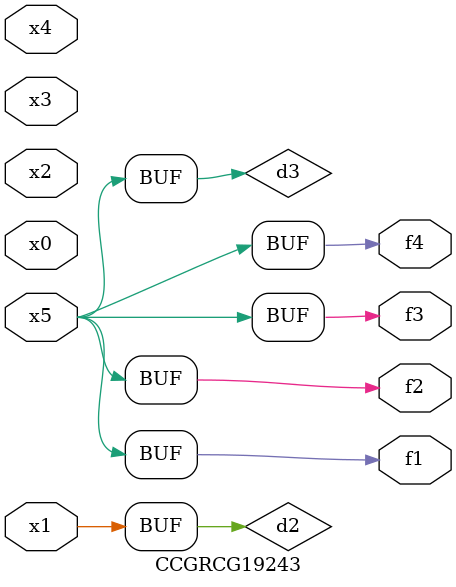
<source format=v>
module CCGRCG19243(
	input x0, x1, x2, x3, x4, x5,
	output f1, f2, f3, f4
);

	wire d1, d2, d3;

	not (d1, x5);
	or (d2, x1);
	xnor (d3, d1);
	assign f1 = d3;
	assign f2 = d3;
	assign f3 = d3;
	assign f4 = d3;
endmodule

</source>
